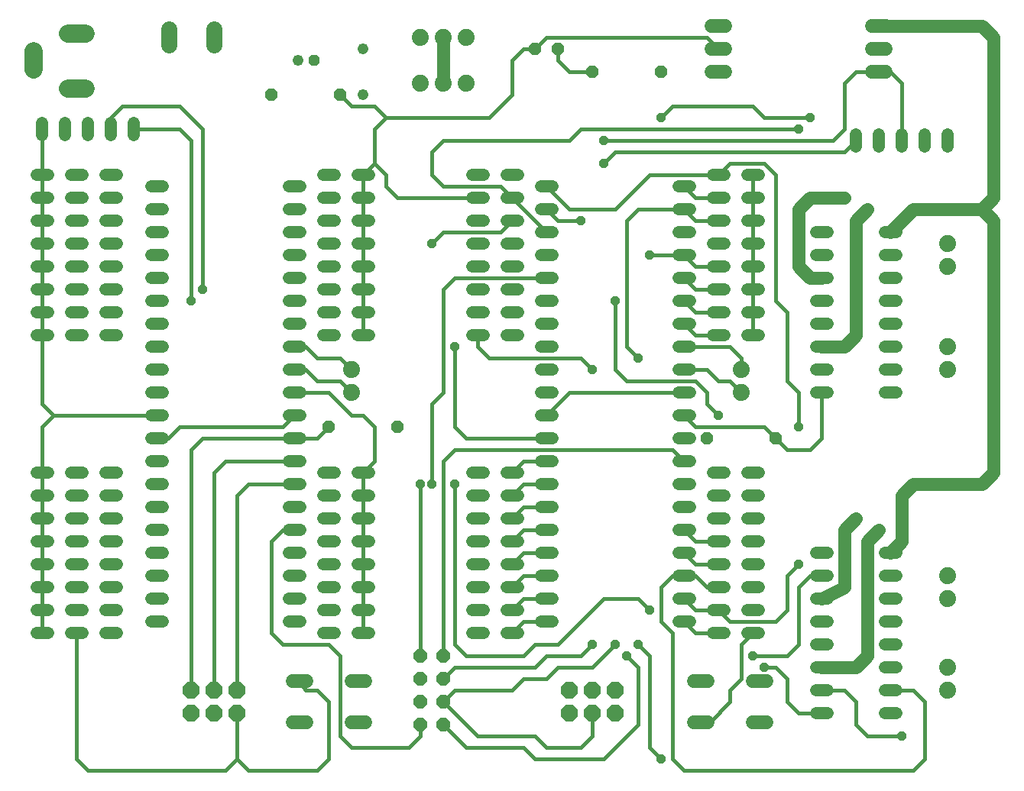
<source format=gbl>
G75*
G70*
%OFA0B0*%
%FSLAX24Y24*%
%IPPOS*%
%LPD*%
%AMOC8*
5,1,8,0,0,1.08239X$1,22.5*
%
%ADD10C,0.0520*%
%ADD11C,0.0600*%
%ADD12OC8,0.0740*%
%ADD13OC8,0.0600*%
%ADD14C,0.0740*%
%ADD15C,0.0705*%
%ADD16OC8,0.0480*%
%ADD17C,0.0480*%
%ADD18C,0.0787*%
%ADD19OC8,0.0520*%
%ADD20C,0.0476*%
%ADD21C,0.0160*%
%ADD22OC8,0.0396*%
%ADD23C,0.0550*%
D10*
X002346Y007104D02*
X002866Y007104D01*
X003846Y007104D02*
X004366Y007104D01*
X005346Y007104D02*
X005866Y007104D01*
X005866Y008104D02*
X005346Y008104D01*
X004366Y008104D02*
X003846Y008104D01*
X002866Y008104D02*
X002346Y008104D01*
X002346Y009104D02*
X002866Y009104D01*
X003846Y009104D02*
X004366Y009104D01*
X005346Y009104D02*
X005866Y009104D01*
X005866Y010104D02*
X005346Y010104D01*
X004366Y010104D02*
X003846Y010104D01*
X002866Y010104D02*
X002346Y010104D01*
X002346Y011104D02*
X002866Y011104D01*
X003846Y011104D02*
X004366Y011104D01*
X005346Y011104D02*
X005866Y011104D01*
X005866Y012104D02*
X005346Y012104D01*
X004366Y012104D02*
X003846Y012104D01*
X002866Y012104D02*
X002346Y012104D01*
X002346Y013104D02*
X002866Y013104D01*
X003846Y013104D02*
X004366Y013104D01*
X005346Y013104D02*
X005866Y013104D01*
X005866Y014104D02*
X005346Y014104D01*
X004366Y014104D02*
X003846Y014104D01*
X002866Y014104D02*
X002346Y014104D01*
X007346Y013604D02*
X007866Y013604D01*
X007866Y012604D02*
X007346Y012604D01*
X007346Y011604D02*
X007866Y011604D01*
X007866Y010604D02*
X007346Y010604D01*
X007346Y009604D02*
X007866Y009604D01*
X007866Y008604D02*
X007346Y008604D01*
X007346Y007604D02*
X007866Y007604D01*
X013346Y007604D02*
X013866Y007604D01*
X014846Y007104D02*
X015366Y007104D01*
X016346Y007104D02*
X016866Y007104D01*
X016866Y008104D02*
X016346Y008104D01*
X015366Y008104D02*
X014846Y008104D01*
X013866Y008604D02*
X013346Y008604D01*
X013346Y009604D02*
X013866Y009604D01*
X014846Y009104D02*
X015366Y009104D01*
X016346Y009104D02*
X016866Y009104D01*
X016866Y010104D02*
X016346Y010104D01*
X015366Y010104D02*
X014846Y010104D01*
X013866Y010604D02*
X013346Y010604D01*
X013346Y011604D02*
X013866Y011604D01*
X014846Y011104D02*
X015366Y011104D01*
X016346Y011104D02*
X016866Y011104D01*
X016866Y012104D02*
X016346Y012104D01*
X015366Y012104D02*
X014846Y012104D01*
X014846Y013104D02*
X015366Y013104D01*
X016346Y013104D02*
X016866Y013104D01*
X016866Y014104D02*
X016346Y014104D01*
X015366Y014104D02*
X014846Y014104D01*
X013866Y013604D02*
X013346Y013604D01*
X013346Y012604D02*
X013866Y012604D01*
X013866Y014604D02*
X013346Y014604D01*
X013346Y015604D02*
X013866Y015604D01*
X013866Y016604D02*
X013346Y016604D01*
X013346Y017604D02*
X013866Y017604D01*
X013866Y018604D02*
X013346Y018604D01*
X013346Y019604D02*
X013866Y019604D01*
X014846Y020104D02*
X015366Y020104D01*
X016346Y020104D02*
X016866Y020104D01*
X016866Y021104D02*
X016346Y021104D01*
X015366Y021104D02*
X014846Y021104D01*
X013866Y020604D02*
X013346Y020604D01*
X013346Y021604D02*
X013866Y021604D01*
X014846Y022104D02*
X015366Y022104D01*
X016346Y022104D02*
X016866Y022104D01*
X016866Y023104D02*
X016346Y023104D01*
X015366Y023104D02*
X014846Y023104D01*
X013866Y022604D02*
X013346Y022604D01*
X013346Y023604D02*
X013866Y023604D01*
X014846Y024104D02*
X015366Y024104D01*
X016346Y024104D02*
X016866Y024104D01*
X016866Y025104D02*
X016346Y025104D01*
X015366Y025104D02*
X014846Y025104D01*
X013866Y024604D02*
X013346Y024604D01*
X013346Y025604D02*
X013866Y025604D01*
X014846Y026104D02*
X015366Y026104D01*
X016346Y026104D02*
X016866Y026104D01*
X016866Y027104D02*
X016346Y027104D01*
X015366Y027104D02*
X014846Y027104D01*
X013866Y026604D02*
X013346Y026604D01*
X007866Y026604D02*
X007346Y026604D01*
X007346Y025604D02*
X007866Y025604D01*
X007866Y024604D02*
X007346Y024604D01*
X007346Y023604D02*
X007866Y023604D01*
X007866Y022604D02*
X007346Y022604D01*
X007346Y021604D02*
X007866Y021604D01*
X007866Y020604D02*
X007346Y020604D01*
X007346Y019604D02*
X007866Y019604D01*
X007866Y018604D02*
X007346Y018604D01*
X007346Y017604D02*
X007866Y017604D01*
X007866Y016604D02*
X007346Y016604D01*
X007346Y015604D02*
X007866Y015604D01*
X007866Y014604D02*
X007346Y014604D01*
X005866Y020104D02*
X005346Y020104D01*
X004366Y020104D02*
X003846Y020104D01*
X002866Y020104D02*
X002346Y020104D01*
X002346Y021104D02*
X002866Y021104D01*
X003846Y021104D02*
X004366Y021104D01*
X005346Y021104D02*
X005866Y021104D01*
X005866Y022104D02*
X005346Y022104D01*
X004366Y022104D02*
X003846Y022104D01*
X002866Y022104D02*
X002346Y022104D01*
X002346Y023104D02*
X002866Y023104D01*
X003846Y023104D02*
X004366Y023104D01*
X005346Y023104D02*
X005866Y023104D01*
X005866Y024104D02*
X005346Y024104D01*
X004366Y024104D02*
X003846Y024104D01*
X002866Y024104D02*
X002346Y024104D01*
X002346Y025104D02*
X002866Y025104D01*
X003846Y025104D02*
X004366Y025104D01*
X005346Y025104D02*
X005866Y025104D01*
X005866Y026104D02*
X005346Y026104D01*
X004366Y026104D02*
X003846Y026104D01*
X002866Y026104D02*
X002346Y026104D01*
X002346Y027104D02*
X002866Y027104D01*
X003846Y027104D02*
X004366Y027104D01*
X005346Y027104D02*
X005866Y027104D01*
X005606Y028844D02*
X005606Y029364D01*
X004606Y029364D02*
X004606Y028844D01*
X003606Y028844D02*
X003606Y029364D01*
X002606Y029364D02*
X002606Y028844D01*
X006606Y028844D02*
X006606Y029364D01*
X021346Y027104D02*
X021866Y027104D01*
X022846Y027104D02*
X023366Y027104D01*
X023366Y026104D02*
X022846Y026104D01*
X021866Y026104D02*
X021346Y026104D01*
X021346Y025104D02*
X021866Y025104D01*
X022846Y025104D02*
X023366Y025104D01*
X023366Y024104D02*
X022846Y024104D01*
X021866Y024104D02*
X021346Y024104D01*
X021346Y023104D02*
X021866Y023104D01*
X022846Y023104D02*
X023366Y023104D01*
X023366Y022104D02*
X022846Y022104D01*
X021866Y022104D02*
X021346Y022104D01*
X021346Y021104D02*
X021866Y021104D01*
X022846Y021104D02*
X023366Y021104D01*
X023366Y020104D02*
X022846Y020104D01*
X021866Y020104D02*
X021346Y020104D01*
X024346Y019604D02*
X024866Y019604D01*
X024866Y018604D02*
X024346Y018604D01*
X024346Y017604D02*
X024866Y017604D01*
X024866Y016604D02*
X024346Y016604D01*
X024346Y015604D02*
X024866Y015604D01*
X024866Y014604D02*
X024346Y014604D01*
X024346Y013604D02*
X024866Y013604D01*
X024866Y012604D02*
X024346Y012604D01*
X024346Y011604D02*
X024866Y011604D01*
X024866Y010604D02*
X024346Y010604D01*
X024346Y009604D02*
X024866Y009604D01*
X024866Y008604D02*
X024346Y008604D01*
X024346Y007604D02*
X024866Y007604D01*
X023366Y007104D02*
X022846Y007104D01*
X021866Y007104D02*
X021346Y007104D01*
X021346Y008104D02*
X021866Y008104D01*
X022846Y008104D02*
X023366Y008104D01*
X023366Y009104D02*
X022846Y009104D01*
X021866Y009104D02*
X021346Y009104D01*
X021346Y010104D02*
X021866Y010104D01*
X022846Y010104D02*
X023366Y010104D01*
X023366Y011104D02*
X022846Y011104D01*
X021866Y011104D02*
X021346Y011104D01*
X021346Y012104D02*
X021866Y012104D01*
X022846Y012104D02*
X023366Y012104D01*
X023366Y013104D02*
X022846Y013104D01*
X021866Y013104D02*
X021346Y013104D01*
X021346Y014104D02*
X021866Y014104D01*
X022846Y014104D02*
X023366Y014104D01*
X030346Y013604D02*
X030866Y013604D01*
X031846Y013104D02*
X032366Y013104D01*
X033346Y013104D02*
X033866Y013104D01*
X033866Y012104D02*
X033346Y012104D01*
X032366Y012104D02*
X031846Y012104D01*
X030866Y011604D02*
X030346Y011604D01*
X030346Y010604D02*
X030866Y010604D01*
X031846Y010104D02*
X032366Y010104D01*
X033346Y010104D02*
X033866Y010104D01*
X033866Y009104D02*
X033346Y009104D01*
X032366Y009104D02*
X031846Y009104D01*
X030866Y008604D02*
X030346Y008604D01*
X030346Y007604D02*
X030866Y007604D01*
X031846Y007104D02*
X032366Y007104D01*
X033346Y007104D02*
X033866Y007104D01*
X033866Y008104D02*
X033346Y008104D01*
X032366Y008104D02*
X031846Y008104D01*
X030866Y009604D02*
X030346Y009604D01*
X031846Y011104D02*
X032366Y011104D01*
X033346Y011104D02*
X033866Y011104D01*
X036346Y010604D02*
X036866Y010604D01*
X036866Y009604D02*
X036346Y009604D01*
X036346Y008604D02*
X036866Y008604D01*
X036866Y007604D02*
X036346Y007604D01*
X036346Y006604D02*
X036866Y006604D01*
X036866Y005604D02*
X036346Y005604D01*
X036346Y004604D02*
X036866Y004604D01*
X036866Y003604D02*
X036346Y003604D01*
X039346Y003604D02*
X039866Y003604D01*
X039866Y004604D02*
X039346Y004604D01*
X039346Y005604D02*
X039866Y005604D01*
X039866Y006604D02*
X039346Y006604D01*
X039346Y007604D02*
X039866Y007604D01*
X039866Y008604D02*
X039346Y008604D01*
X039346Y009604D02*
X039866Y009604D01*
X039866Y010604D02*
X039346Y010604D01*
X033866Y014104D02*
X033346Y014104D01*
X032366Y014104D02*
X031846Y014104D01*
X030866Y014604D02*
X030346Y014604D01*
X030346Y015604D02*
X030866Y015604D01*
X030866Y016604D02*
X030346Y016604D01*
X030346Y017604D02*
X030866Y017604D01*
X030866Y018604D02*
X030346Y018604D01*
X030346Y019604D02*
X030866Y019604D01*
X031846Y020104D02*
X032366Y020104D01*
X033346Y020104D02*
X033866Y020104D01*
X033866Y021104D02*
X033346Y021104D01*
X032366Y021104D02*
X031846Y021104D01*
X030866Y020604D02*
X030346Y020604D01*
X030346Y021604D02*
X030866Y021604D01*
X031846Y022104D02*
X032366Y022104D01*
X033346Y022104D02*
X033866Y022104D01*
X033866Y023104D02*
X033346Y023104D01*
X032366Y023104D02*
X031846Y023104D01*
X030866Y022604D02*
X030346Y022604D01*
X030346Y023604D02*
X030866Y023604D01*
X031846Y024104D02*
X032366Y024104D01*
X033346Y024104D02*
X033866Y024104D01*
X033866Y025104D02*
X033346Y025104D01*
X032366Y025104D02*
X031846Y025104D01*
X030866Y024604D02*
X030346Y024604D01*
X030346Y025604D02*
X030866Y025604D01*
X031846Y026104D02*
X032366Y026104D01*
X033346Y026104D02*
X033866Y026104D01*
X033866Y027104D02*
X033346Y027104D01*
X032366Y027104D02*
X031846Y027104D01*
X030866Y026604D02*
X030346Y026604D01*
X024866Y026604D02*
X024346Y026604D01*
X024346Y025604D02*
X024866Y025604D01*
X024866Y024604D02*
X024346Y024604D01*
X024346Y023604D02*
X024866Y023604D01*
X024866Y022604D02*
X024346Y022604D01*
X024346Y021604D02*
X024866Y021604D01*
X024866Y020604D02*
X024346Y020604D01*
X030346Y012604D02*
X030866Y012604D01*
X036346Y017604D02*
X036866Y017604D01*
X036866Y018604D02*
X036346Y018604D01*
X036346Y019604D02*
X036866Y019604D01*
X036866Y020604D02*
X036346Y020604D01*
X036346Y021604D02*
X036866Y021604D01*
X036866Y022604D02*
X036346Y022604D01*
X036346Y023604D02*
X036866Y023604D01*
X036866Y024604D02*
X036346Y024604D01*
X039346Y024604D02*
X039866Y024604D01*
X039866Y023604D02*
X039346Y023604D01*
X039346Y022604D02*
X039866Y022604D01*
X039866Y021604D02*
X039346Y021604D01*
X039346Y020604D02*
X039866Y020604D01*
X039866Y019604D02*
X039346Y019604D01*
X039346Y018604D02*
X039866Y018604D01*
X039866Y017604D02*
X039346Y017604D01*
X039106Y028344D02*
X039106Y028864D01*
X038106Y028864D02*
X038106Y028344D01*
X040106Y028344D02*
X040106Y028864D01*
X041106Y028864D02*
X041106Y028344D01*
X042106Y028344D02*
X042106Y028864D01*
D11*
X039406Y031604D02*
X038806Y031604D01*
X038806Y032604D02*
X039406Y032604D01*
X039406Y033604D02*
X038806Y033604D01*
X032406Y033604D02*
X031806Y033604D01*
X031806Y032604D02*
X032406Y032604D01*
X032406Y031604D02*
X031806Y031604D01*
X031626Y004994D02*
X031026Y004994D01*
X031026Y003214D02*
X031626Y003214D01*
X033586Y003214D02*
X034186Y003214D01*
X034186Y004994D02*
X033586Y004994D01*
X016686Y004994D02*
X016086Y004994D01*
X014126Y004994D02*
X013526Y004994D01*
X013526Y003214D02*
X014126Y003214D01*
X016086Y003214D02*
X016686Y003214D01*
D12*
X011106Y003604D03*
X010106Y003604D03*
X009106Y003604D03*
X009106Y004604D03*
X010106Y004604D03*
X011106Y004604D03*
X025606Y004604D03*
X025606Y003604D03*
X026606Y003604D03*
X027606Y003604D03*
X027606Y004604D03*
X026606Y004604D03*
D13*
X020106Y004104D03*
X019106Y004104D03*
X019106Y003104D03*
X020106Y003104D03*
X020106Y005104D03*
X019106Y005104D03*
X019106Y006104D03*
X020106Y006104D03*
D14*
X016106Y017604D03*
X016106Y018604D03*
X019106Y031104D03*
X020106Y031104D03*
X021106Y031104D03*
X021106Y033104D03*
X020106Y033104D03*
X019106Y033104D03*
X033106Y018604D03*
X033106Y017604D03*
X042106Y018604D03*
X042106Y019604D03*
X042106Y023104D03*
X042106Y024104D03*
X042106Y009604D03*
X042106Y008604D03*
X042106Y005604D03*
X042106Y004604D03*
D15*
X010091Y032752D02*
X010091Y033457D01*
X008122Y033457D02*
X008122Y032752D01*
D16*
X014456Y032104D03*
D17*
X013756Y032104D03*
D18*
X004500Y033285D02*
X003713Y033285D01*
X002217Y032498D02*
X002217Y031711D01*
X003713Y030884D02*
X004500Y030884D01*
D19*
X012606Y030604D03*
X015606Y030604D03*
X024106Y032604D03*
X025106Y032604D03*
X026606Y031604D03*
X029606Y031604D03*
X018106Y016104D03*
X015106Y016104D03*
X031606Y015604D03*
X034606Y015604D03*
D20*
X016606Y030604D03*
X016606Y032604D03*
D21*
X004106Y007104D02*
X004106Y001604D01*
X004606Y001104D01*
X010606Y001104D01*
X011106Y001604D01*
X011106Y003604D01*
X011106Y004604D02*
X011106Y013104D01*
X011606Y013604D01*
X013606Y013604D01*
X013606Y014604D02*
X010606Y014604D01*
X010106Y014104D01*
X010106Y004604D01*
X009106Y004604D02*
X009106Y015104D01*
X009606Y015604D01*
X013606Y015604D01*
X014606Y015604D01*
X015106Y016104D01*
X016106Y016604D02*
X016606Y016604D01*
X017106Y016104D01*
X017106Y014604D01*
X016606Y014104D01*
X016606Y013104D01*
X016606Y012104D01*
X016606Y011104D01*
X016606Y010104D01*
X016606Y009104D01*
X016606Y008104D01*
X016606Y007104D01*
X015606Y006104D02*
X015606Y002604D01*
X016106Y002104D01*
X018606Y002104D01*
X019106Y002604D01*
X019106Y003104D01*
X020106Y003104D02*
X021106Y002104D01*
X023606Y002104D01*
X024106Y001604D01*
X027106Y001604D01*
X028606Y003104D01*
X028606Y005604D01*
X028106Y006104D01*
X027606Y006604D02*
X026606Y005604D01*
X025106Y005604D01*
X024606Y005104D01*
X023606Y005104D01*
X023106Y004604D01*
X020606Y004604D01*
X020106Y004104D01*
X021606Y002604D01*
X024106Y002604D01*
X024606Y002104D01*
X026106Y002104D01*
X026606Y002604D01*
X026606Y003604D01*
X029106Y002104D02*
X029106Y006104D01*
X028606Y006604D01*
X029606Y007604D02*
X030106Y007104D01*
X030106Y001604D01*
X030606Y001104D01*
X040606Y001104D01*
X041106Y001604D01*
X041106Y004104D01*
X040606Y004604D01*
X039606Y004604D01*
X038106Y004104D02*
X038106Y003104D01*
X038606Y002604D01*
X040106Y002604D01*
X038106Y004104D02*
X037606Y004604D01*
X036606Y004604D01*
X036606Y003604D02*
X035606Y003604D01*
X035106Y004104D01*
X035106Y005104D01*
X034606Y005604D01*
X034106Y005604D01*
X033606Y006104D02*
X035106Y006104D01*
X035606Y006604D01*
X035606Y009104D01*
X036106Y009604D01*
X036606Y009604D01*
X035606Y010104D02*
X035106Y009604D01*
X035106Y008104D01*
X034606Y007604D01*
X032606Y007604D01*
X032106Y008104D01*
X031106Y008104D01*
X030606Y008604D01*
X029606Y009104D02*
X030106Y009604D01*
X030606Y009604D01*
X031106Y009604D01*
X031606Y009104D01*
X032106Y009104D01*
X032106Y010104D02*
X031106Y010104D01*
X030606Y010604D01*
X031106Y011104D02*
X030606Y011604D01*
X031106Y011104D02*
X032106Y011104D01*
X029606Y009104D02*
X029606Y007604D01*
X029106Y008104D02*
X028606Y008604D01*
X027106Y008604D01*
X025106Y006604D01*
X024106Y006604D01*
X023606Y006104D01*
X021106Y006104D01*
X020606Y006604D01*
X020606Y013604D01*
X019606Y013604D02*
X019606Y017104D01*
X020106Y017604D01*
X020106Y022104D01*
X020606Y022604D01*
X024606Y022604D01*
X024606Y024604D02*
X023106Y026104D01*
X022606Y026604D01*
X020106Y026604D01*
X019606Y027104D01*
X019606Y028104D01*
X020106Y028604D01*
X025606Y028604D01*
X026106Y029104D01*
X035606Y029104D01*
X036106Y029604D02*
X034106Y029604D01*
X033606Y030104D01*
X030106Y030104D01*
X029606Y029604D01*
X027606Y028104D02*
X027106Y027604D01*
X027606Y028104D02*
X037606Y028104D01*
X038106Y028604D01*
X037606Y029104D02*
X037606Y031104D01*
X038106Y031604D01*
X039106Y031604D01*
X039606Y031604D01*
X040106Y031104D01*
X040106Y028604D01*
X037606Y029104D02*
X037106Y028604D01*
X027106Y028604D01*
X029106Y027104D02*
X032106Y027104D01*
X032606Y027604D01*
X034106Y027604D01*
X034606Y027104D01*
X034606Y021604D01*
X035106Y021104D01*
X035106Y018104D01*
X035606Y017604D01*
X035606Y016104D01*
X034606Y015604D02*
X035106Y015104D01*
X036106Y015104D01*
X036606Y015604D01*
X036606Y017604D01*
X034606Y015604D02*
X034106Y016104D01*
X031106Y016104D01*
X030606Y016604D01*
X030606Y017604D02*
X025606Y017604D01*
X024606Y016604D01*
X024606Y015604D02*
X021106Y015604D01*
X020606Y016104D01*
X020606Y019604D01*
X021606Y019604D02*
X021606Y020104D01*
X021606Y019604D02*
X022106Y019104D01*
X026106Y019104D01*
X026606Y018604D01*
X027606Y018604D02*
X028106Y018104D01*
X031106Y018104D01*
X031606Y017604D01*
X031606Y017104D01*
X032106Y016604D01*
X033106Y017604D02*
X032606Y018104D01*
X032106Y018104D01*
X031606Y018604D01*
X030606Y018604D01*
X030606Y019604D02*
X032606Y019604D01*
X033106Y019104D01*
X033106Y018604D01*
X033606Y020104D02*
X033606Y021104D01*
X033606Y022104D01*
X033606Y023104D01*
X033606Y024104D01*
X033606Y025104D01*
X033606Y026104D01*
X033606Y027104D01*
X032106Y026104D02*
X031106Y026104D01*
X030606Y026604D01*
X030606Y025604D02*
X028606Y025604D01*
X028106Y025104D01*
X028106Y019604D01*
X028606Y019104D01*
X027606Y018604D02*
X027606Y021604D01*
X029106Y023604D02*
X030606Y023604D01*
X031106Y023104D01*
X032106Y023104D01*
X032106Y022104D02*
X031106Y022104D01*
X030606Y022604D01*
X030606Y021604D02*
X031106Y021104D01*
X032106Y021104D01*
X032106Y020104D02*
X031106Y020104D01*
X030606Y020604D01*
X031106Y025104D02*
X032106Y025104D01*
X031106Y025104D02*
X030606Y025604D01*
X029106Y027104D02*
X027606Y025604D01*
X025606Y025604D01*
X024606Y026604D01*
X024606Y025604D02*
X025106Y025104D01*
X026106Y025104D01*
X023106Y025104D02*
X022606Y024604D01*
X020106Y024604D01*
X019606Y024104D01*
X018106Y026104D02*
X017606Y026604D01*
X017606Y027104D01*
X017106Y027604D01*
X016606Y027104D01*
X016606Y026104D01*
X016606Y020104D01*
X016606Y021104D01*
X016606Y022104D01*
X016606Y023104D01*
X016606Y024104D01*
X016606Y025104D01*
X016606Y026104D01*
X018106Y026104D02*
X021606Y026104D01*
X022106Y029604D02*
X017606Y029604D01*
X017106Y029104D01*
X017106Y027604D01*
X017606Y029604D02*
X017106Y030104D01*
X016106Y030104D01*
X015606Y030604D01*
X009606Y029104D02*
X008606Y030104D01*
X006106Y030104D01*
X005606Y029604D01*
X005606Y029104D01*
X006606Y029104D02*
X008606Y029104D01*
X009106Y028604D01*
X009106Y021604D01*
X009606Y022104D02*
X009606Y029104D01*
X002606Y029104D02*
X002606Y027104D01*
X002606Y026104D01*
X002606Y025104D01*
X002606Y024104D01*
X002606Y023104D01*
X002606Y022104D01*
X002606Y021104D01*
X002606Y020104D01*
X002606Y017104D01*
X003106Y016604D01*
X007606Y016604D01*
X007606Y015604D02*
X008106Y015604D01*
X008606Y016104D01*
X013106Y016104D01*
X013606Y016604D01*
X013606Y017604D02*
X015106Y017604D01*
X016106Y016604D01*
X016106Y017604D02*
X015606Y018104D01*
X014606Y018104D01*
X014106Y018604D01*
X013606Y018604D01*
X013606Y019604D02*
X014106Y019604D01*
X014606Y019104D01*
X015606Y019104D01*
X016106Y018604D01*
X020106Y014604D02*
X020606Y015104D01*
X030106Y015104D01*
X030606Y014604D01*
X024606Y014604D02*
X023606Y014604D01*
X023106Y014104D01*
X023606Y013604D02*
X024606Y013604D01*
X023606Y013604D02*
X023106Y013104D01*
X023606Y012604D02*
X024606Y012604D01*
X023606Y012604D02*
X023106Y012104D01*
X023606Y011604D02*
X024606Y011604D01*
X023606Y011604D02*
X023106Y011104D01*
X023606Y010604D02*
X024606Y010604D01*
X023606Y010604D02*
X023106Y010104D01*
X023606Y009604D02*
X023106Y009104D01*
X023606Y009604D02*
X024606Y009604D01*
X024606Y008604D02*
X023606Y008604D01*
X023106Y008104D01*
X023606Y007604D02*
X023106Y007104D01*
X023606Y007604D02*
X024606Y007604D01*
X024606Y006104D02*
X024106Y005604D01*
X020606Y005604D01*
X020106Y005104D01*
X020106Y006104D02*
X020106Y014604D01*
X019106Y013604D02*
X019106Y006104D01*
X015606Y006104D02*
X015106Y006604D01*
X013106Y006604D01*
X012606Y007104D01*
X012606Y011104D01*
X013106Y011604D01*
X013606Y011604D01*
X013826Y004994D02*
X014106Y004604D01*
X014606Y004604D01*
X015106Y004104D01*
X015106Y001604D01*
X014606Y001104D01*
X011606Y001104D01*
X011106Y001604D01*
X002606Y007104D02*
X002606Y008104D01*
X002606Y009104D01*
X002606Y010104D01*
X002606Y011104D01*
X002606Y012104D01*
X002606Y013104D01*
X002606Y014104D01*
X002606Y016104D01*
X003106Y016604D01*
X022106Y029604D02*
X023106Y030604D01*
X023106Y032104D01*
X023606Y032604D01*
X024106Y032604D01*
X024606Y033104D01*
X031606Y033104D01*
X032106Y032604D01*
X026606Y031604D02*
X025606Y031604D01*
X025106Y032104D01*
X025106Y032604D01*
X030606Y007604D02*
X031106Y007104D01*
X032106Y007104D01*
X033106Y006604D02*
X033106Y005104D01*
X032606Y004604D01*
X032606Y004104D01*
X031716Y003214D01*
X031326Y003214D01*
X029606Y001604D02*
X029106Y002104D01*
X026106Y006104D02*
X024606Y006104D01*
X026106Y006104D02*
X026606Y006604D01*
X033106Y006604D02*
X033606Y007104D01*
D22*
X033606Y006104D03*
X034106Y005604D03*
X029106Y008104D03*
X028606Y006604D03*
X028106Y006104D03*
X027606Y006604D03*
X026606Y006604D03*
X029606Y001604D03*
X035606Y010104D03*
X038106Y012104D03*
X039106Y011604D03*
X035606Y016104D03*
X032106Y016604D03*
X028606Y019104D03*
X026606Y018604D03*
X027606Y021604D03*
X029106Y023604D03*
X026106Y025104D03*
X027106Y027604D03*
X027106Y028604D03*
X029606Y029604D03*
X035606Y029104D03*
X036106Y029604D03*
X037606Y026104D03*
X038606Y025604D03*
X020606Y019604D03*
X019606Y024104D03*
X009606Y022104D03*
X009106Y021604D03*
X019106Y013604D03*
X019606Y013604D03*
X020606Y013604D03*
X040106Y002604D03*
D23*
X038106Y005604D02*
X036606Y005604D01*
X038106Y005604D02*
X038606Y006104D01*
X038606Y011104D01*
X039106Y011604D01*
X038106Y012104D02*
X037606Y011604D01*
X037606Y009104D01*
X036606Y008604D01*
X039606Y010604D02*
X040106Y011104D01*
X040106Y013104D01*
X040606Y013604D01*
X043606Y013604D01*
X044106Y014104D01*
X044106Y025104D01*
X043606Y025604D01*
X044106Y026104D01*
X044106Y033104D01*
X043606Y033604D01*
X039106Y033604D01*
X037606Y026104D02*
X036106Y026104D01*
X035606Y025604D01*
X035606Y023104D01*
X036106Y022604D01*
X036606Y022604D01*
X038106Y020104D02*
X038106Y025104D01*
X038606Y025604D01*
X039606Y024604D02*
X040606Y025604D01*
X043606Y025604D01*
X038106Y020104D02*
X037606Y019604D01*
X036606Y019604D01*
X020106Y031104D02*
X020106Y033104D01*
M02*

</source>
